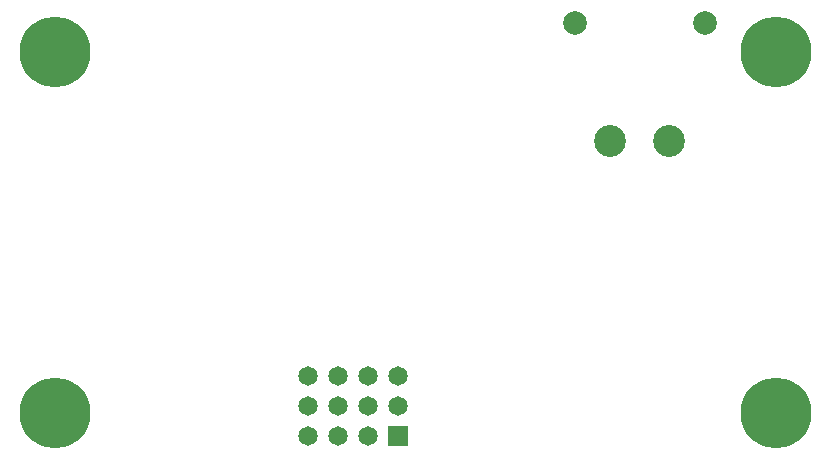
<source format=gbr>
G04*
G04 #@! TF.GenerationSoftware,Altium Limited,Altium Designer,24.7.2 (38)*
G04*
G04 Layer_Color=255*
%FSLAX25Y25*%
%MOIN*%
G70*
G04*
G04 #@! TF.SameCoordinates,AB7849DE-EAC8-4354-A705-FC1E97C67EB3*
G04*
G04*
G04 #@! TF.FilePolarity,Positive*
G04*
G01*
G75*
%ADD87C,0.23622*%
%ADD88C,0.10630*%
%ADD89C,0.07874*%
%ADD90R,0.06500X0.06500*%
%ADD91C,0.06500*%
D87*
X146654Y321850D02*
D03*
X386811Y201772D02*
D03*
Y321850D02*
D03*
X146654Y201772D02*
D03*
D88*
X331693Y292323D02*
D03*
X351378D02*
D03*
D89*
X363189Y331693D02*
D03*
X319882D02*
D03*
D90*
X260787Y193937D02*
D03*
D91*
X250787D02*
D03*
X240787D02*
D03*
X230787D02*
D03*
X260787Y203937D02*
D03*
X250787D02*
D03*
X240787D02*
D03*
X260787Y213937D02*
D03*
X250787D02*
D03*
X240787D02*
D03*
X230787Y203937D02*
D03*
Y213937D02*
D03*
M02*

</source>
